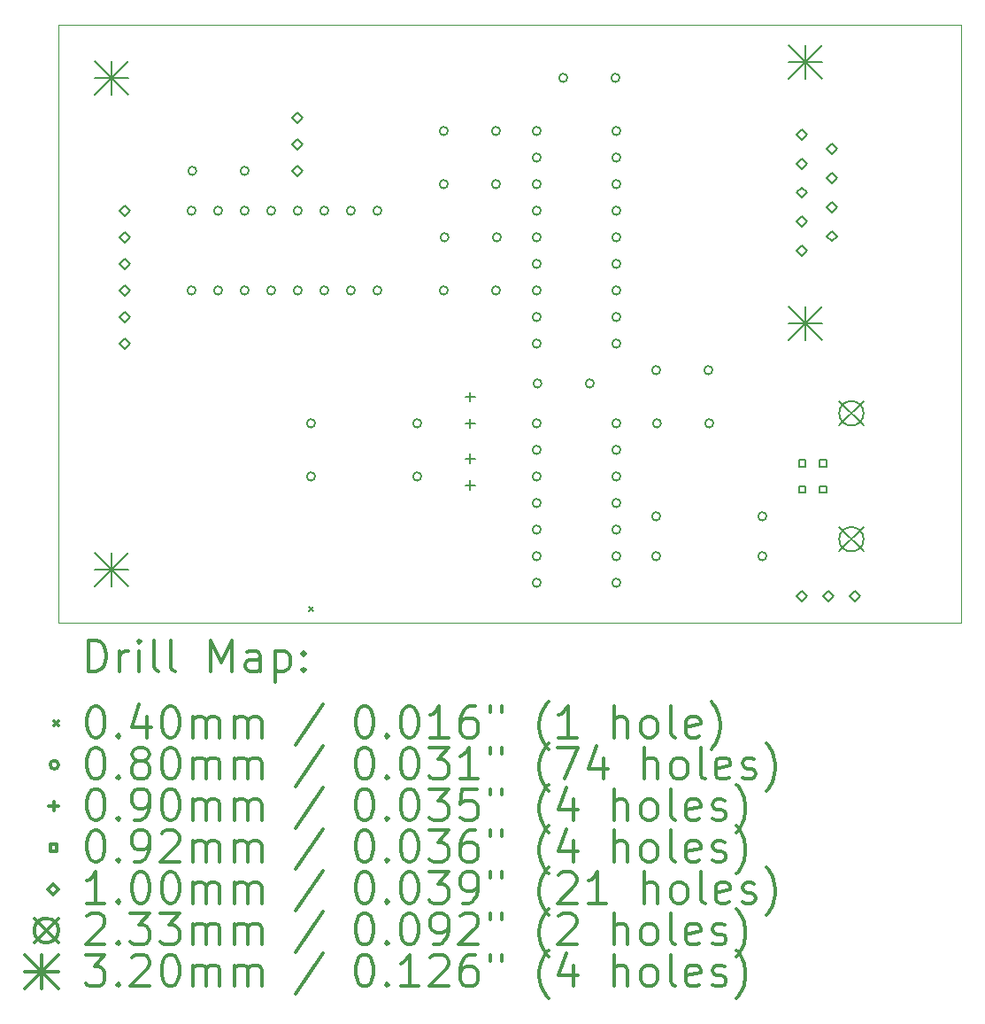
<source format=gbr>
%FSLAX45Y45*%
G04 Gerber Fmt 4.5, Leading zero omitted, Abs format (unit mm)*
G04 Created by KiCad (PCBNEW (5.1.6)-1) date 2020-07-22 17:21:02*
%MOMM*%
%LPD*%
G01*
G04 APERTURE LIST*
%TA.AperFunction,Profile*%
%ADD10C,0.050000*%
%TD*%
%ADD11C,0.200000*%
%ADD12C,0.300000*%
G04 APERTURE END LIST*
D10*
X13081000Y-10033000D02*
X13081000Y-4318000D01*
X21717000Y-10033000D02*
X13081000Y-10033000D01*
X21717000Y-4318000D02*
X21717000Y-10033000D01*
X13081000Y-4318000D02*
X21717000Y-4318000D01*
D11*
X15474000Y-9886000D02*
X15514000Y-9926000D01*
X15514000Y-9886000D02*
X15474000Y-9926000D01*
X15534000Y-8636000D02*
G75*
G03*
X15534000Y-8636000I-40000J0D01*
G01*
X16550000Y-8636000D02*
G75*
G03*
X16550000Y-8636000I-40000J0D01*
G01*
X16804000Y-5842000D02*
G75*
G03*
X16804000Y-5842000I-40000J0D01*
G01*
X17304000Y-5842000D02*
G75*
G03*
X17304000Y-5842000I-40000J0D01*
G01*
X18844000Y-8128000D02*
G75*
G03*
X18844000Y-8128000I-40000J0D01*
G01*
X19344000Y-8128000D02*
G75*
G03*
X19344000Y-8128000I-40000J0D01*
G01*
X17947000Y-4826000D02*
G75*
G03*
X17947000Y-4826000I-40000J0D01*
G01*
X18447000Y-4826000D02*
G75*
G03*
X18447000Y-4826000I-40000J0D01*
G01*
X17701000Y-7747000D02*
G75*
G03*
X17701000Y-7747000I-40000J0D01*
G01*
X18201000Y-7747000D02*
G75*
G03*
X18201000Y-7747000I-40000J0D01*
G01*
X17693000Y-5334000D02*
G75*
G03*
X17693000Y-5334000I-40000J0D01*
G01*
X17693000Y-5588000D02*
G75*
G03*
X17693000Y-5588000I-40000J0D01*
G01*
X17693000Y-5842000D02*
G75*
G03*
X17693000Y-5842000I-40000J0D01*
G01*
X17693000Y-6096000D02*
G75*
G03*
X17693000Y-6096000I-40000J0D01*
G01*
X17693000Y-6350000D02*
G75*
G03*
X17693000Y-6350000I-40000J0D01*
G01*
X17693000Y-6604000D02*
G75*
G03*
X17693000Y-6604000I-40000J0D01*
G01*
X17693000Y-6858000D02*
G75*
G03*
X17693000Y-6858000I-40000J0D01*
G01*
X17693000Y-7112000D02*
G75*
G03*
X17693000Y-7112000I-40000J0D01*
G01*
X17693000Y-7366000D02*
G75*
G03*
X17693000Y-7366000I-40000J0D01*
G01*
X18455000Y-5334000D02*
G75*
G03*
X18455000Y-5334000I-40000J0D01*
G01*
X18455000Y-5588000D02*
G75*
G03*
X18455000Y-5588000I-40000J0D01*
G01*
X18455000Y-5842000D02*
G75*
G03*
X18455000Y-5842000I-40000J0D01*
G01*
X18455000Y-6096000D02*
G75*
G03*
X18455000Y-6096000I-40000J0D01*
G01*
X18455000Y-6350000D02*
G75*
G03*
X18455000Y-6350000I-40000J0D01*
G01*
X18455000Y-6604000D02*
G75*
G03*
X18455000Y-6604000I-40000J0D01*
G01*
X18455000Y-6858000D02*
G75*
G03*
X18455000Y-6858000I-40000J0D01*
G01*
X18455000Y-7112000D02*
G75*
G03*
X18455000Y-7112000I-40000J0D01*
G01*
X18455000Y-7366000D02*
G75*
G03*
X18455000Y-7366000I-40000J0D01*
G01*
X16812000Y-6350000D02*
G75*
G03*
X16812000Y-6350000I-40000J0D01*
G01*
X17312000Y-6350000D02*
G75*
G03*
X17312000Y-6350000I-40000J0D01*
G01*
X18836000Y-9398000D02*
G75*
G03*
X18836000Y-9398000I-40000J0D01*
G01*
X19852000Y-9398000D02*
G75*
G03*
X19852000Y-9398000I-40000J0D01*
G01*
X18836000Y-7620000D02*
G75*
G03*
X18836000Y-7620000I-40000J0D01*
G01*
X19336000Y-7620000D02*
G75*
G03*
X19336000Y-7620000I-40000J0D01*
G01*
X18836000Y-9017000D02*
G75*
G03*
X18836000Y-9017000I-40000J0D01*
G01*
X19852000Y-9017000D02*
G75*
G03*
X19852000Y-9017000I-40000J0D01*
G01*
X16804000Y-6858000D02*
G75*
G03*
X16804000Y-6858000I-40000J0D01*
G01*
X17304000Y-6858000D02*
G75*
G03*
X17304000Y-6858000I-40000J0D01*
G01*
X14399000Y-5715000D02*
G75*
G03*
X14399000Y-5715000I-40000J0D01*
G01*
X14899000Y-5715000D02*
G75*
G03*
X14899000Y-5715000I-40000J0D01*
G01*
X16804000Y-5334000D02*
G75*
G03*
X16804000Y-5334000I-40000J0D01*
G01*
X17304000Y-5334000D02*
G75*
G03*
X17304000Y-5334000I-40000J0D01*
G01*
X17693000Y-8128000D02*
G75*
G03*
X17693000Y-8128000I-40000J0D01*
G01*
X17693000Y-8382000D02*
G75*
G03*
X17693000Y-8382000I-40000J0D01*
G01*
X17693000Y-8636000D02*
G75*
G03*
X17693000Y-8636000I-40000J0D01*
G01*
X17693000Y-8890000D02*
G75*
G03*
X17693000Y-8890000I-40000J0D01*
G01*
X17693000Y-9144000D02*
G75*
G03*
X17693000Y-9144000I-40000J0D01*
G01*
X17693000Y-9398000D02*
G75*
G03*
X17693000Y-9398000I-40000J0D01*
G01*
X17693000Y-9652000D02*
G75*
G03*
X17693000Y-9652000I-40000J0D01*
G01*
X18455000Y-8128000D02*
G75*
G03*
X18455000Y-8128000I-40000J0D01*
G01*
X18455000Y-8382000D02*
G75*
G03*
X18455000Y-8382000I-40000J0D01*
G01*
X18455000Y-8636000D02*
G75*
G03*
X18455000Y-8636000I-40000J0D01*
G01*
X18455000Y-8890000D02*
G75*
G03*
X18455000Y-8890000I-40000J0D01*
G01*
X18455000Y-9144000D02*
G75*
G03*
X18455000Y-9144000I-40000J0D01*
G01*
X18455000Y-9398000D02*
G75*
G03*
X18455000Y-9398000I-40000J0D01*
G01*
X18455000Y-9652000D02*
G75*
G03*
X18455000Y-9652000I-40000J0D01*
G01*
X15534000Y-8128000D02*
G75*
G03*
X15534000Y-8128000I-40000J0D01*
G01*
X16550000Y-8128000D02*
G75*
G03*
X16550000Y-8128000I-40000J0D01*
G01*
X14391000Y-6096000D02*
G75*
G03*
X14391000Y-6096000I-40000J0D01*
G01*
X14391000Y-6858000D02*
G75*
G03*
X14391000Y-6858000I-40000J0D01*
G01*
X14645000Y-6096000D02*
G75*
G03*
X14645000Y-6096000I-40000J0D01*
G01*
X14645000Y-6858000D02*
G75*
G03*
X14645000Y-6858000I-40000J0D01*
G01*
X14899000Y-6096000D02*
G75*
G03*
X14899000Y-6096000I-40000J0D01*
G01*
X14899000Y-6858000D02*
G75*
G03*
X14899000Y-6858000I-40000J0D01*
G01*
X15153000Y-6096000D02*
G75*
G03*
X15153000Y-6096000I-40000J0D01*
G01*
X15153000Y-6858000D02*
G75*
G03*
X15153000Y-6858000I-40000J0D01*
G01*
X15407000Y-6096000D02*
G75*
G03*
X15407000Y-6096000I-40000J0D01*
G01*
X15407000Y-6858000D02*
G75*
G03*
X15407000Y-6858000I-40000J0D01*
G01*
X15661000Y-6096000D02*
G75*
G03*
X15661000Y-6096000I-40000J0D01*
G01*
X15661000Y-6858000D02*
G75*
G03*
X15661000Y-6858000I-40000J0D01*
G01*
X15915000Y-6096000D02*
G75*
G03*
X15915000Y-6096000I-40000J0D01*
G01*
X15915000Y-6858000D02*
G75*
G03*
X15915000Y-6858000I-40000J0D01*
G01*
X16169000Y-6096000D02*
G75*
G03*
X16169000Y-6096000I-40000J0D01*
G01*
X16169000Y-6858000D02*
G75*
G03*
X16169000Y-6858000I-40000J0D01*
G01*
X17018000Y-8419000D02*
X17018000Y-8509000D01*
X16973000Y-8464000D02*
X17063000Y-8464000D01*
X17018000Y-8673000D02*
X17018000Y-8763000D01*
X16973000Y-8718000D02*
X17063000Y-8718000D01*
X17018000Y-7829000D02*
X17018000Y-7919000D01*
X16973000Y-7874000D02*
X17063000Y-7874000D01*
X17018000Y-8083000D02*
X17018000Y-8173000D01*
X16973000Y-8128000D02*
X17063000Y-8128000D01*
X20225527Y-8541527D02*
X20225527Y-8476473D01*
X20160473Y-8476473D01*
X20160473Y-8541527D01*
X20225527Y-8541527D01*
X20225527Y-8791527D02*
X20225527Y-8726473D01*
X20160473Y-8726473D01*
X20160473Y-8791527D01*
X20225527Y-8791527D01*
X20425527Y-8541527D02*
X20425527Y-8476473D01*
X20360473Y-8476473D01*
X20360473Y-8541527D01*
X20425527Y-8541527D01*
X20425527Y-8791527D02*
X20425527Y-8726473D01*
X20360473Y-8726473D01*
X20360473Y-8791527D01*
X20425527Y-8791527D01*
X15367000Y-5257000D02*
X15417000Y-5207000D01*
X15367000Y-5157000D01*
X15317000Y-5207000D01*
X15367000Y-5257000D01*
X15367000Y-5511000D02*
X15417000Y-5461000D01*
X15367000Y-5411000D01*
X15317000Y-5461000D01*
X15367000Y-5511000D01*
X15367000Y-5765000D02*
X15417000Y-5715000D01*
X15367000Y-5665000D01*
X15317000Y-5715000D01*
X15367000Y-5765000D01*
X13716000Y-6146000D02*
X13766000Y-6096000D01*
X13716000Y-6046000D01*
X13666000Y-6096000D01*
X13716000Y-6146000D01*
X13716000Y-6400000D02*
X13766000Y-6350000D01*
X13716000Y-6300000D01*
X13666000Y-6350000D01*
X13716000Y-6400000D01*
X13716000Y-6654000D02*
X13766000Y-6604000D01*
X13716000Y-6554000D01*
X13666000Y-6604000D01*
X13716000Y-6654000D01*
X13716000Y-6908000D02*
X13766000Y-6858000D01*
X13716000Y-6808000D01*
X13666000Y-6858000D01*
X13716000Y-6908000D01*
X13716000Y-7162000D02*
X13766000Y-7112000D01*
X13716000Y-7062000D01*
X13666000Y-7112000D01*
X13716000Y-7162000D01*
X13716000Y-7416000D02*
X13766000Y-7366000D01*
X13716000Y-7316000D01*
X13666000Y-7366000D01*
X13716000Y-7416000D01*
X20193000Y-9829000D02*
X20243000Y-9779000D01*
X20193000Y-9729000D01*
X20143000Y-9779000D01*
X20193000Y-9829000D01*
X20447000Y-9829000D02*
X20497000Y-9779000D01*
X20447000Y-9729000D01*
X20397000Y-9779000D01*
X20447000Y-9829000D01*
X20701000Y-9829000D02*
X20751000Y-9779000D01*
X20701000Y-9729000D01*
X20651000Y-9779000D01*
X20701000Y-9829000D01*
X20193000Y-5419000D02*
X20243000Y-5369000D01*
X20193000Y-5319000D01*
X20143000Y-5369000D01*
X20193000Y-5419000D01*
X20193000Y-5696000D02*
X20243000Y-5646000D01*
X20193000Y-5596000D01*
X20143000Y-5646000D01*
X20193000Y-5696000D01*
X20193000Y-5973000D02*
X20243000Y-5923000D01*
X20193000Y-5873000D01*
X20143000Y-5923000D01*
X20193000Y-5973000D01*
X20193000Y-6250000D02*
X20243000Y-6200000D01*
X20193000Y-6150000D01*
X20143000Y-6200000D01*
X20193000Y-6250000D01*
X20193000Y-6527000D02*
X20243000Y-6477000D01*
X20193000Y-6427000D01*
X20143000Y-6477000D01*
X20193000Y-6527000D01*
X20477000Y-5557500D02*
X20527000Y-5507500D01*
X20477000Y-5457500D01*
X20427000Y-5507500D01*
X20477000Y-5557500D01*
X20477000Y-5834500D02*
X20527000Y-5784500D01*
X20477000Y-5734500D01*
X20427000Y-5784500D01*
X20477000Y-5834500D01*
X20477000Y-6111500D02*
X20527000Y-6061500D01*
X20477000Y-6011500D01*
X20427000Y-6061500D01*
X20477000Y-6111500D01*
X20477000Y-6388500D02*
X20527000Y-6338500D01*
X20477000Y-6288500D01*
X20427000Y-6338500D01*
X20477000Y-6388500D01*
X20547500Y-7915500D02*
X20780500Y-8148500D01*
X20780500Y-7915500D02*
X20547500Y-8148500D01*
X20780500Y-8032000D02*
G75*
G03*
X20780500Y-8032000I-116500J0D01*
G01*
X20547500Y-9119500D02*
X20780500Y-9352500D01*
X20780500Y-9119500D02*
X20547500Y-9352500D01*
X20780500Y-9236000D02*
G75*
G03*
X20780500Y-9236000I-116500J0D01*
G01*
X13429000Y-4666000D02*
X13749000Y-4986000D01*
X13749000Y-4666000D02*
X13429000Y-4986000D01*
X13589000Y-4666000D02*
X13589000Y-4986000D01*
X13429000Y-4826000D02*
X13749000Y-4826000D01*
X20063000Y-4513000D02*
X20383000Y-4833000D01*
X20383000Y-4513000D02*
X20063000Y-4833000D01*
X20223000Y-4513000D02*
X20223000Y-4833000D01*
X20063000Y-4673000D02*
X20383000Y-4673000D01*
X20063000Y-7013000D02*
X20383000Y-7333000D01*
X20383000Y-7013000D02*
X20063000Y-7333000D01*
X20223000Y-7013000D02*
X20223000Y-7333000D01*
X20063000Y-7173000D02*
X20383000Y-7173000D01*
X13429000Y-9365000D02*
X13749000Y-9685000D01*
X13749000Y-9365000D02*
X13429000Y-9685000D01*
X13589000Y-9365000D02*
X13589000Y-9685000D01*
X13429000Y-9525000D02*
X13749000Y-9525000D01*
D12*
X13364928Y-10501214D02*
X13364928Y-10201214D01*
X13436357Y-10201214D01*
X13479214Y-10215500D01*
X13507786Y-10244072D01*
X13522071Y-10272643D01*
X13536357Y-10329786D01*
X13536357Y-10372643D01*
X13522071Y-10429786D01*
X13507786Y-10458357D01*
X13479214Y-10486929D01*
X13436357Y-10501214D01*
X13364928Y-10501214D01*
X13664928Y-10501214D02*
X13664928Y-10301214D01*
X13664928Y-10358357D02*
X13679214Y-10329786D01*
X13693500Y-10315500D01*
X13722071Y-10301214D01*
X13750643Y-10301214D01*
X13850643Y-10501214D02*
X13850643Y-10301214D01*
X13850643Y-10201214D02*
X13836357Y-10215500D01*
X13850643Y-10229786D01*
X13864928Y-10215500D01*
X13850643Y-10201214D01*
X13850643Y-10229786D01*
X14036357Y-10501214D02*
X14007786Y-10486929D01*
X13993500Y-10458357D01*
X13993500Y-10201214D01*
X14193500Y-10501214D02*
X14164928Y-10486929D01*
X14150643Y-10458357D01*
X14150643Y-10201214D01*
X14536357Y-10501214D02*
X14536357Y-10201214D01*
X14636357Y-10415500D01*
X14736357Y-10201214D01*
X14736357Y-10501214D01*
X15007786Y-10501214D02*
X15007786Y-10344072D01*
X14993500Y-10315500D01*
X14964928Y-10301214D01*
X14907786Y-10301214D01*
X14879214Y-10315500D01*
X15007786Y-10486929D02*
X14979214Y-10501214D01*
X14907786Y-10501214D01*
X14879214Y-10486929D01*
X14864928Y-10458357D01*
X14864928Y-10429786D01*
X14879214Y-10401214D01*
X14907786Y-10386929D01*
X14979214Y-10386929D01*
X15007786Y-10372643D01*
X15150643Y-10301214D02*
X15150643Y-10601214D01*
X15150643Y-10315500D02*
X15179214Y-10301214D01*
X15236357Y-10301214D01*
X15264928Y-10315500D01*
X15279214Y-10329786D01*
X15293500Y-10358357D01*
X15293500Y-10444072D01*
X15279214Y-10472643D01*
X15264928Y-10486929D01*
X15236357Y-10501214D01*
X15179214Y-10501214D01*
X15150643Y-10486929D01*
X15422071Y-10472643D02*
X15436357Y-10486929D01*
X15422071Y-10501214D01*
X15407786Y-10486929D01*
X15422071Y-10472643D01*
X15422071Y-10501214D01*
X15422071Y-10315500D02*
X15436357Y-10329786D01*
X15422071Y-10344072D01*
X15407786Y-10329786D01*
X15422071Y-10315500D01*
X15422071Y-10344072D01*
X13038500Y-10975500D02*
X13078500Y-11015500D01*
X13078500Y-10975500D02*
X13038500Y-11015500D01*
X13422071Y-10831214D02*
X13450643Y-10831214D01*
X13479214Y-10845500D01*
X13493500Y-10859786D01*
X13507786Y-10888357D01*
X13522071Y-10945500D01*
X13522071Y-11016929D01*
X13507786Y-11074072D01*
X13493500Y-11102643D01*
X13479214Y-11116929D01*
X13450643Y-11131214D01*
X13422071Y-11131214D01*
X13393500Y-11116929D01*
X13379214Y-11102643D01*
X13364928Y-11074072D01*
X13350643Y-11016929D01*
X13350643Y-10945500D01*
X13364928Y-10888357D01*
X13379214Y-10859786D01*
X13393500Y-10845500D01*
X13422071Y-10831214D01*
X13650643Y-11102643D02*
X13664928Y-11116929D01*
X13650643Y-11131214D01*
X13636357Y-11116929D01*
X13650643Y-11102643D01*
X13650643Y-11131214D01*
X13922071Y-10931214D02*
X13922071Y-11131214D01*
X13850643Y-10816929D02*
X13779214Y-11031214D01*
X13964928Y-11031214D01*
X14136357Y-10831214D02*
X14164928Y-10831214D01*
X14193500Y-10845500D01*
X14207786Y-10859786D01*
X14222071Y-10888357D01*
X14236357Y-10945500D01*
X14236357Y-11016929D01*
X14222071Y-11074072D01*
X14207786Y-11102643D01*
X14193500Y-11116929D01*
X14164928Y-11131214D01*
X14136357Y-11131214D01*
X14107786Y-11116929D01*
X14093500Y-11102643D01*
X14079214Y-11074072D01*
X14064928Y-11016929D01*
X14064928Y-10945500D01*
X14079214Y-10888357D01*
X14093500Y-10859786D01*
X14107786Y-10845500D01*
X14136357Y-10831214D01*
X14364928Y-11131214D02*
X14364928Y-10931214D01*
X14364928Y-10959786D02*
X14379214Y-10945500D01*
X14407786Y-10931214D01*
X14450643Y-10931214D01*
X14479214Y-10945500D01*
X14493500Y-10974072D01*
X14493500Y-11131214D01*
X14493500Y-10974072D02*
X14507786Y-10945500D01*
X14536357Y-10931214D01*
X14579214Y-10931214D01*
X14607786Y-10945500D01*
X14622071Y-10974072D01*
X14622071Y-11131214D01*
X14764928Y-11131214D02*
X14764928Y-10931214D01*
X14764928Y-10959786D02*
X14779214Y-10945500D01*
X14807786Y-10931214D01*
X14850643Y-10931214D01*
X14879214Y-10945500D01*
X14893500Y-10974072D01*
X14893500Y-11131214D01*
X14893500Y-10974072D02*
X14907786Y-10945500D01*
X14936357Y-10931214D01*
X14979214Y-10931214D01*
X15007786Y-10945500D01*
X15022071Y-10974072D01*
X15022071Y-11131214D01*
X15607786Y-10816929D02*
X15350643Y-11202643D01*
X15993500Y-10831214D02*
X16022071Y-10831214D01*
X16050643Y-10845500D01*
X16064928Y-10859786D01*
X16079214Y-10888357D01*
X16093500Y-10945500D01*
X16093500Y-11016929D01*
X16079214Y-11074072D01*
X16064928Y-11102643D01*
X16050643Y-11116929D01*
X16022071Y-11131214D01*
X15993500Y-11131214D01*
X15964928Y-11116929D01*
X15950643Y-11102643D01*
X15936357Y-11074072D01*
X15922071Y-11016929D01*
X15922071Y-10945500D01*
X15936357Y-10888357D01*
X15950643Y-10859786D01*
X15964928Y-10845500D01*
X15993500Y-10831214D01*
X16222071Y-11102643D02*
X16236357Y-11116929D01*
X16222071Y-11131214D01*
X16207786Y-11116929D01*
X16222071Y-11102643D01*
X16222071Y-11131214D01*
X16422071Y-10831214D02*
X16450643Y-10831214D01*
X16479214Y-10845500D01*
X16493500Y-10859786D01*
X16507786Y-10888357D01*
X16522071Y-10945500D01*
X16522071Y-11016929D01*
X16507786Y-11074072D01*
X16493500Y-11102643D01*
X16479214Y-11116929D01*
X16450643Y-11131214D01*
X16422071Y-11131214D01*
X16393500Y-11116929D01*
X16379214Y-11102643D01*
X16364928Y-11074072D01*
X16350643Y-11016929D01*
X16350643Y-10945500D01*
X16364928Y-10888357D01*
X16379214Y-10859786D01*
X16393500Y-10845500D01*
X16422071Y-10831214D01*
X16807786Y-11131214D02*
X16636357Y-11131214D01*
X16722071Y-11131214D02*
X16722071Y-10831214D01*
X16693500Y-10874072D01*
X16664928Y-10902643D01*
X16636357Y-10916929D01*
X17064928Y-10831214D02*
X17007786Y-10831214D01*
X16979214Y-10845500D01*
X16964928Y-10859786D01*
X16936357Y-10902643D01*
X16922071Y-10959786D01*
X16922071Y-11074072D01*
X16936357Y-11102643D01*
X16950643Y-11116929D01*
X16979214Y-11131214D01*
X17036357Y-11131214D01*
X17064928Y-11116929D01*
X17079214Y-11102643D01*
X17093500Y-11074072D01*
X17093500Y-11002643D01*
X17079214Y-10974072D01*
X17064928Y-10959786D01*
X17036357Y-10945500D01*
X16979214Y-10945500D01*
X16950643Y-10959786D01*
X16936357Y-10974072D01*
X16922071Y-11002643D01*
X17207786Y-10831214D02*
X17207786Y-10888357D01*
X17322071Y-10831214D02*
X17322071Y-10888357D01*
X17764928Y-11245500D02*
X17750643Y-11231214D01*
X17722071Y-11188357D01*
X17707786Y-11159786D01*
X17693500Y-11116929D01*
X17679214Y-11045500D01*
X17679214Y-10988357D01*
X17693500Y-10916929D01*
X17707786Y-10874072D01*
X17722071Y-10845500D01*
X17750643Y-10802643D01*
X17764928Y-10788357D01*
X18036357Y-11131214D02*
X17864928Y-11131214D01*
X17950643Y-11131214D02*
X17950643Y-10831214D01*
X17922071Y-10874072D01*
X17893500Y-10902643D01*
X17864928Y-10916929D01*
X18393500Y-11131214D02*
X18393500Y-10831214D01*
X18522071Y-11131214D02*
X18522071Y-10974072D01*
X18507786Y-10945500D01*
X18479214Y-10931214D01*
X18436357Y-10931214D01*
X18407786Y-10945500D01*
X18393500Y-10959786D01*
X18707786Y-11131214D02*
X18679214Y-11116929D01*
X18664928Y-11102643D01*
X18650643Y-11074072D01*
X18650643Y-10988357D01*
X18664928Y-10959786D01*
X18679214Y-10945500D01*
X18707786Y-10931214D01*
X18750643Y-10931214D01*
X18779214Y-10945500D01*
X18793500Y-10959786D01*
X18807786Y-10988357D01*
X18807786Y-11074072D01*
X18793500Y-11102643D01*
X18779214Y-11116929D01*
X18750643Y-11131214D01*
X18707786Y-11131214D01*
X18979214Y-11131214D02*
X18950643Y-11116929D01*
X18936357Y-11088357D01*
X18936357Y-10831214D01*
X19207786Y-11116929D02*
X19179214Y-11131214D01*
X19122071Y-11131214D01*
X19093500Y-11116929D01*
X19079214Y-11088357D01*
X19079214Y-10974072D01*
X19093500Y-10945500D01*
X19122071Y-10931214D01*
X19179214Y-10931214D01*
X19207786Y-10945500D01*
X19222071Y-10974072D01*
X19222071Y-11002643D01*
X19079214Y-11031214D01*
X19322071Y-11245500D02*
X19336357Y-11231214D01*
X19364928Y-11188357D01*
X19379214Y-11159786D01*
X19393500Y-11116929D01*
X19407786Y-11045500D01*
X19407786Y-10988357D01*
X19393500Y-10916929D01*
X19379214Y-10874072D01*
X19364928Y-10845500D01*
X19336357Y-10802643D01*
X19322071Y-10788357D01*
X13078500Y-11391500D02*
G75*
G03*
X13078500Y-11391500I-40000J0D01*
G01*
X13422071Y-11227214D02*
X13450643Y-11227214D01*
X13479214Y-11241500D01*
X13493500Y-11255786D01*
X13507786Y-11284357D01*
X13522071Y-11341500D01*
X13522071Y-11412929D01*
X13507786Y-11470071D01*
X13493500Y-11498643D01*
X13479214Y-11512929D01*
X13450643Y-11527214D01*
X13422071Y-11527214D01*
X13393500Y-11512929D01*
X13379214Y-11498643D01*
X13364928Y-11470071D01*
X13350643Y-11412929D01*
X13350643Y-11341500D01*
X13364928Y-11284357D01*
X13379214Y-11255786D01*
X13393500Y-11241500D01*
X13422071Y-11227214D01*
X13650643Y-11498643D02*
X13664928Y-11512929D01*
X13650643Y-11527214D01*
X13636357Y-11512929D01*
X13650643Y-11498643D01*
X13650643Y-11527214D01*
X13836357Y-11355786D02*
X13807786Y-11341500D01*
X13793500Y-11327214D01*
X13779214Y-11298643D01*
X13779214Y-11284357D01*
X13793500Y-11255786D01*
X13807786Y-11241500D01*
X13836357Y-11227214D01*
X13893500Y-11227214D01*
X13922071Y-11241500D01*
X13936357Y-11255786D01*
X13950643Y-11284357D01*
X13950643Y-11298643D01*
X13936357Y-11327214D01*
X13922071Y-11341500D01*
X13893500Y-11355786D01*
X13836357Y-11355786D01*
X13807786Y-11370071D01*
X13793500Y-11384357D01*
X13779214Y-11412929D01*
X13779214Y-11470071D01*
X13793500Y-11498643D01*
X13807786Y-11512929D01*
X13836357Y-11527214D01*
X13893500Y-11527214D01*
X13922071Y-11512929D01*
X13936357Y-11498643D01*
X13950643Y-11470071D01*
X13950643Y-11412929D01*
X13936357Y-11384357D01*
X13922071Y-11370071D01*
X13893500Y-11355786D01*
X14136357Y-11227214D02*
X14164928Y-11227214D01*
X14193500Y-11241500D01*
X14207786Y-11255786D01*
X14222071Y-11284357D01*
X14236357Y-11341500D01*
X14236357Y-11412929D01*
X14222071Y-11470071D01*
X14207786Y-11498643D01*
X14193500Y-11512929D01*
X14164928Y-11527214D01*
X14136357Y-11527214D01*
X14107786Y-11512929D01*
X14093500Y-11498643D01*
X14079214Y-11470071D01*
X14064928Y-11412929D01*
X14064928Y-11341500D01*
X14079214Y-11284357D01*
X14093500Y-11255786D01*
X14107786Y-11241500D01*
X14136357Y-11227214D01*
X14364928Y-11527214D02*
X14364928Y-11327214D01*
X14364928Y-11355786D02*
X14379214Y-11341500D01*
X14407786Y-11327214D01*
X14450643Y-11327214D01*
X14479214Y-11341500D01*
X14493500Y-11370071D01*
X14493500Y-11527214D01*
X14493500Y-11370071D02*
X14507786Y-11341500D01*
X14536357Y-11327214D01*
X14579214Y-11327214D01*
X14607786Y-11341500D01*
X14622071Y-11370071D01*
X14622071Y-11527214D01*
X14764928Y-11527214D02*
X14764928Y-11327214D01*
X14764928Y-11355786D02*
X14779214Y-11341500D01*
X14807786Y-11327214D01*
X14850643Y-11327214D01*
X14879214Y-11341500D01*
X14893500Y-11370071D01*
X14893500Y-11527214D01*
X14893500Y-11370071D02*
X14907786Y-11341500D01*
X14936357Y-11327214D01*
X14979214Y-11327214D01*
X15007786Y-11341500D01*
X15022071Y-11370071D01*
X15022071Y-11527214D01*
X15607786Y-11212929D02*
X15350643Y-11598643D01*
X15993500Y-11227214D02*
X16022071Y-11227214D01*
X16050643Y-11241500D01*
X16064928Y-11255786D01*
X16079214Y-11284357D01*
X16093500Y-11341500D01*
X16093500Y-11412929D01*
X16079214Y-11470071D01*
X16064928Y-11498643D01*
X16050643Y-11512929D01*
X16022071Y-11527214D01*
X15993500Y-11527214D01*
X15964928Y-11512929D01*
X15950643Y-11498643D01*
X15936357Y-11470071D01*
X15922071Y-11412929D01*
X15922071Y-11341500D01*
X15936357Y-11284357D01*
X15950643Y-11255786D01*
X15964928Y-11241500D01*
X15993500Y-11227214D01*
X16222071Y-11498643D02*
X16236357Y-11512929D01*
X16222071Y-11527214D01*
X16207786Y-11512929D01*
X16222071Y-11498643D01*
X16222071Y-11527214D01*
X16422071Y-11227214D02*
X16450643Y-11227214D01*
X16479214Y-11241500D01*
X16493500Y-11255786D01*
X16507786Y-11284357D01*
X16522071Y-11341500D01*
X16522071Y-11412929D01*
X16507786Y-11470071D01*
X16493500Y-11498643D01*
X16479214Y-11512929D01*
X16450643Y-11527214D01*
X16422071Y-11527214D01*
X16393500Y-11512929D01*
X16379214Y-11498643D01*
X16364928Y-11470071D01*
X16350643Y-11412929D01*
X16350643Y-11341500D01*
X16364928Y-11284357D01*
X16379214Y-11255786D01*
X16393500Y-11241500D01*
X16422071Y-11227214D01*
X16622071Y-11227214D02*
X16807786Y-11227214D01*
X16707786Y-11341500D01*
X16750643Y-11341500D01*
X16779214Y-11355786D01*
X16793500Y-11370071D01*
X16807786Y-11398643D01*
X16807786Y-11470071D01*
X16793500Y-11498643D01*
X16779214Y-11512929D01*
X16750643Y-11527214D01*
X16664928Y-11527214D01*
X16636357Y-11512929D01*
X16622071Y-11498643D01*
X17093500Y-11527214D02*
X16922071Y-11527214D01*
X17007786Y-11527214D02*
X17007786Y-11227214D01*
X16979214Y-11270071D01*
X16950643Y-11298643D01*
X16922071Y-11312929D01*
X17207786Y-11227214D02*
X17207786Y-11284357D01*
X17322071Y-11227214D02*
X17322071Y-11284357D01*
X17764928Y-11641500D02*
X17750643Y-11627214D01*
X17722071Y-11584357D01*
X17707786Y-11555786D01*
X17693500Y-11512929D01*
X17679214Y-11441500D01*
X17679214Y-11384357D01*
X17693500Y-11312929D01*
X17707786Y-11270071D01*
X17722071Y-11241500D01*
X17750643Y-11198643D01*
X17764928Y-11184357D01*
X17850643Y-11227214D02*
X18050643Y-11227214D01*
X17922071Y-11527214D01*
X18293500Y-11327214D02*
X18293500Y-11527214D01*
X18222071Y-11212929D02*
X18150643Y-11427214D01*
X18336357Y-11427214D01*
X18679214Y-11527214D02*
X18679214Y-11227214D01*
X18807786Y-11527214D02*
X18807786Y-11370071D01*
X18793500Y-11341500D01*
X18764928Y-11327214D01*
X18722071Y-11327214D01*
X18693500Y-11341500D01*
X18679214Y-11355786D01*
X18993500Y-11527214D02*
X18964928Y-11512929D01*
X18950643Y-11498643D01*
X18936357Y-11470071D01*
X18936357Y-11384357D01*
X18950643Y-11355786D01*
X18964928Y-11341500D01*
X18993500Y-11327214D01*
X19036357Y-11327214D01*
X19064928Y-11341500D01*
X19079214Y-11355786D01*
X19093500Y-11384357D01*
X19093500Y-11470071D01*
X19079214Y-11498643D01*
X19064928Y-11512929D01*
X19036357Y-11527214D01*
X18993500Y-11527214D01*
X19264928Y-11527214D02*
X19236357Y-11512929D01*
X19222071Y-11484357D01*
X19222071Y-11227214D01*
X19493500Y-11512929D02*
X19464928Y-11527214D01*
X19407786Y-11527214D01*
X19379214Y-11512929D01*
X19364928Y-11484357D01*
X19364928Y-11370071D01*
X19379214Y-11341500D01*
X19407786Y-11327214D01*
X19464928Y-11327214D01*
X19493500Y-11341500D01*
X19507786Y-11370071D01*
X19507786Y-11398643D01*
X19364928Y-11427214D01*
X19622071Y-11512929D02*
X19650643Y-11527214D01*
X19707786Y-11527214D01*
X19736357Y-11512929D01*
X19750643Y-11484357D01*
X19750643Y-11470071D01*
X19736357Y-11441500D01*
X19707786Y-11427214D01*
X19664928Y-11427214D01*
X19636357Y-11412929D01*
X19622071Y-11384357D01*
X19622071Y-11370071D01*
X19636357Y-11341500D01*
X19664928Y-11327214D01*
X19707786Y-11327214D01*
X19736357Y-11341500D01*
X19850643Y-11641500D02*
X19864928Y-11627214D01*
X19893500Y-11584357D01*
X19907786Y-11555786D01*
X19922071Y-11512929D01*
X19936357Y-11441500D01*
X19936357Y-11384357D01*
X19922071Y-11312929D01*
X19907786Y-11270071D01*
X19893500Y-11241500D01*
X19864928Y-11198643D01*
X19850643Y-11184357D01*
X13033500Y-11742500D02*
X13033500Y-11832500D01*
X12988500Y-11787500D02*
X13078500Y-11787500D01*
X13422071Y-11623214D02*
X13450643Y-11623214D01*
X13479214Y-11637500D01*
X13493500Y-11651786D01*
X13507786Y-11680357D01*
X13522071Y-11737500D01*
X13522071Y-11808929D01*
X13507786Y-11866071D01*
X13493500Y-11894643D01*
X13479214Y-11908929D01*
X13450643Y-11923214D01*
X13422071Y-11923214D01*
X13393500Y-11908929D01*
X13379214Y-11894643D01*
X13364928Y-11866071D01*
X13350643Y-11808929D01*
X13350643Y-11737500D01*
X13364928Y-11680357D01*
X13379214Y-11651786D01*
X13393500Y-11637500D01*
X13422071Y-11623214D01*
X13650643Y-11894643D02*
X13664928Y-11908929D01*
X13650643Y-11923214D01*
X13636357Y-11908929D01*
X13650643Y-11894643D01*
X13650643Y-11923214D01*
X13807786Y-11923214D02*
X13864928Y-11923214D01*
X13893500Y-11908929D01*
X13907786Y-11894643D01*
X13936357Y-11851786D01*
X13950643Y-11794643D01*
X13950643Y-11680357D01*
X13936357Y-11651786D01*
X13922071Y-11637500D01*
X13893500Y-11623214D01*
X13836357Y-11623214D01*
X13807786Y-11637500D01*
X13793500Y-11651786D01*
X13779214Y-11680357D01*
X13779214Y-11751786D01*
X13793500Y-11780357D01*
X13807786Y-11794643D01*
X13836357Y-11808929D01*
X13893500Y-11808929D01*
X13922071Y-11794643D01*
X13936357Y-11780357D01*
X13950643Y-11751786D01*
X14136357Y-11623214D02*
X14164928Y-11623214D01*
X14193500Y-11637500D01*
X14207786Y-11651786D01*
X14222071Y-11680357D01*
X14236357Y-11737500D01*
X14236357Y-11808929D01*
X14222071Y-11866071D01*
X14207786Y-11894643D01*
X14193500Y-11908929D01*
X14164928Y-11923214D01*
X14136357Y-11923214D01*
X14107786Y-11908929D01*
X14093500Y-11894643D01*
X14079214Y-11866071D01*
X14064928Y-11808929D01*
X14064928Y-11737500D01*
X14079214Y-11680357D01*
X14093500Y-11651786D01*
X14107786Y-11637500D01*
X14136357Y-11623214D01*
X14364928Y-11923214D02*
X14364928Y-11723214D01*
X14364928Y-11751786D02*
X14379214Y-11737500D01*
X14407786Y-11723214D01*
X14450643Y-11723214D01*
X14479214Y-11737500D01*
X14493500Y-11766071D01*
X14493500Y-11923214D01*
X14493500Y-11766071D02*
X14507786Y-11737500D01*
X14536357Y-11723214D01*
X14579214Y-11723214D01*
X14607786Y-11737500D01*
X14622071Y-11766071D01*
X14622071Y-11923214D01*
X14764928Y-11923214D02*
X14764928Y-11723214D01*
X14764928Y-11751786D02*
X14779214Y-11737500D01*
X14807786Y-11723214D01*
X14850643Y-11723214D01*
X14879214Y-11737500D01*
X14893500Y-11766071D01*
X14893500Y-11923214D01*
X14893500Y-11766071D02*
X14907786Y-11737500D01*
X14936357Y-11723214D01*
X14979214Y-11723214D01*
X15007786Y-11737500D01*
X15022071Y-11766071D01*
X15022071Y-11923214D01*
X15607786Y-11608929D02*
X15350643Y-11994643D01*
X15993500Y-11623214D02*
X16022071Y-11623214D01*
X16050643Y-11637500D01*
X16064928Y-11651786D01*
X16079214Y-11680357D01*
X16093500Y-11737500D01*
X16093500Y-11808929D01*
X16079214Y-11866071D01*
X16064928Y-11894643D01*
X16050643Y-11908929D01*
X16022071Y-11923214D01*
X15993500Y-11923214D01*
X15964928Y-11908929D01*
X15950643Y-11894643D01*
X15936357Y-11866071D01*
X15922071Y-11808929D01*
X15922071Y-11737500D01*
X15936357Y-11680357D01*
X15950643Y-11651786D01*
X15964928Y-11637500D01*
X15993500Y-11623214D01*
X16222071Y-11894643D02*
X16236357Y-11908929D01*
X16222071Y-11923214D01*
X16207786Y-11908929D01*
X16222071Y-11894643D01*
X16222071Y-11923214D01*
X16422071Y-11623214D02*
X16450643Y-11623214D01*
X16479214Y-11637500D01*
X16493500Y-11651786D01*
X16507786Y-11680357D01*
X16522071Y-11737500D01*
X16522071Y-11808929D01*
X16507786Y-11866071D01*
X16493500Y-11894643D01*
X16479214Y-11908929D01*
X16450643Y-11923214D01*
X16422071Y-11923214D01*
X16393500Y-11908929D01*
X16379214Y-11894643D01*
X16364928Y-11866071D01*
X16350643Y-11808929D01*
X16350643Y-11737500D01*
X16364928Y-11680357D01*
X16379214Y-11651786D01*
X16393500Y-11637500D01*
X16422071Y-11623214D01*
X16622071Y-11623214D02*
X16807786Y-11623214D01*
X16707786Y-11737500D01*
X16750643Y-11737500D01*
X16779214Y-11751786D01*
X16793500Y-11766071D01*
X16807786Y-11794643D01*
X16807786Y-11866071D01*
X16793500Y-11894643D01*
X16779214Y-11908929D01*
X16750643Y-11923214D01*
X16664928Y-11923214D01*
X16636357Y-11908929D01*
X16622071Y-11894643D01*
X17079214Y-11623214D02*
X16936357Y-11623214D01*
X16922071Y-11766071D01*
X16936357Y-11751786D01*
X16964928Y-11737500D01*
X17036357Y-11737500D01*
X17064928Y-11751786D01*
X17079214Y-11766071D01*
X17093500Y-11794643D01*
X17093500Y-11866071D01*
X17079214Y-11894643D01*
X17064928Y-11908929D01*
X17036357Y-11923214D01*
X16964928Y-11923214D01*
X16936357Y-11908929D01*
X16922071Y-11894643D01*
X17207786Y-11623214D02*
X17207786Y-11680357D01*
X17322071Y-11623214D02*
X17322071Y-11680357D01*
X17764928Y-12037500D02*
X17750643Y-12023214D01*
X17722071Y-11980357D01*
X17707786Y-11951786D01*
X17693500Y-11908929D01*
X17679214Y-11837500D01*
X17679214Y-11780357D01*
X17693500Y-11708929D01*
X17707786Y-11666071D01*
X17722071Y-11637500D01*
X17750643Y-11594643D01*
X17764928Y-11580357D01*
X18007786Y-11723214D02*
X18007786Y-11923214D01*
X17936357Y-11608929D02*
X17864928Y-11823214D01*
X18050643Y-11823214D01*
X18393500Y-11923214D02*
X18393500Y-11623214D01*
X18522071Y-11923214D02*
X18522071Y-11766071D01*
X18507786Y-11737500D01*
X18479214Y-11723214D01*
X18436357Y-11723214D01*
X18407786Y-11737500D01*
X18393500Y-11751786D01*
X18707786Y-11923214D02*
X18679214Y-11908929D01*
X18664928Y-11894643D01*
X18650643Y-11866071D01*
X18650643Y-11780357D01*
X18664928Y-11751786D01*
X18679214Y-11737500D01*
X18707786Y-11723214D01*
X18750643Y-11723214D01*
X18779214Y-11737500D01*
X18793500Y-11751786D01*
X18807786Y-11780357D01*
X18807786Y-11866071D01*
X18793500Y-11894643D01*
X18779214Y-11908929D01*
X18750643Y-11923214D01*
X18707786Y-11923214D01*
X18979214Y-11923214D02*
X18950643Y-11908929D01*
X18936357Y-11880357D01*
X18936357Y-11623214D01*
X19207786Y-11908929D02*
X19179214Y-11923214D01*
X19122071Y-11923214D01*
X19093500Y-11908929D01*
X19079214Y-11880357D01*
X19079214Y-11766071D01*
X19093500Y-11737500D01*
X19122071Y-11723214D01*
X19179214Y-11723214D01*
X19207786Y-11737500D01*
X19222071Y-11766071D01*
X19222071Y-11794643D01*
X19079214Y-11823214D01*
X19336357Y-11908929D02*
X19364928Y-11923214D01*
X19422071Y-11923214D01*
X19450643Y-11908929D01*
X19464928Y-11880357D01*
X19464928Y-11866071D01*
X19450643Y-11837500D01*
X19422071Y-11823214D01*
X19379214Y-11823214D01*
X19350643Y-11808929D01*
X19336357Y-11780357D01*
X19336357Y-11766071D01*
X19350643Y-11737500D01*
X19379214Y-11723214D01*
X19422071Y-11723214D01*
X19450643Y-11737500D01*
X19564928Y-12037500D02*
X19579214Y-12023214D01*
X19607786Y-11980357D01*
X19622071Y-11951786D01*
X19636357Y-11908929D01*
X19650643Y-11837500D01*
X19650643Y-11780357D01*
X19636357Y-11708929D01*
X19622071Y-11666071D01*
X19607786Y-11637500D01*
X19579214Y-11594643D01*
X19564928Y-11580357D01*
X13065027Y-12216027D02*
X13065027Y-12150973D01*
X12999973Y-12150973D01*
X12999973Y-12216027D01*
X13065027Y-12216027D01*
X13422071Y-12019214D02*
X13450643Y-12019214D01*
X13479214Y-12033500D01*
X13493500Y-12047786D01*
X13507786Y-12076357D01*
X13522071Y-12133500D01*
X13522071Y-12204929D01*
X13507786Y-12262071D01*
X13493500Y-12290643D01*
X13479214Y-12304929D01*
X13450643Y-12319214D01*
X13422071Y-12319214D01*
X13393500Y-12304929D01*
X13379214Y-12290643D01*
X13364928Y-12262071D01*
X13350643Y-12204929D01*
X13350643Y-12133500D01*
X13364928Y-12076357D01*
X13379214Y-12047786D01*
X13393500Y-12033500D01*
X13422071Y-12019214D01*
X13650643Y-12290643D02*
X13664928Y-12304929D01*
X13650643Y-12319214D01*
X13636357Y-12304929D01*
X13650643Y-12290643D01*
X13650643Y-12319214D01*
X13807786Y-12319214D02*
X13864928Y-12319214D01*
X13893500Y-12304929D01*
X13907786Y-12290643D01*
X13936357Y-12247786D01*
X13950643Y-12190643D01*
X13950643Y-12076357D01*
X13936357Y-12047786D01*
X13922071Y-12033500D01*
X13893500Y-12019214D01*
X13836357Y-12019214D01*
X13807786Y-12033500D01*
X13793500Y-12047786D01*
X13779214Y-12076357D01*
X13779214Y-12147786D01*
X13793500Y-12176357D01*
X13807786Y-12190643D01*
X13836357Y-12204929D01*
X13893500Y-12204929D01*
X13922071Y-12190643D01*
X13936357Y-12176357D01*
X13950643Y-12147786D01*
X14064928Y-12047786D02*
X14079214Y-12033500D01*
X14107786Y-12019214D01*
X14179214Y-12019214D01*
X14207786Y-12033500D01*
X14222071Y-12047786D01*
X14236357Y-12076357D01*
X14236357Y-12104929D01*
X14222071Y-12147786D01*
X14050643Y-12319214D01*
X14236357Y-12319214D01*
X14364928Y-12319214D02*
X14364928Y-12119214D01*
X14364928Y-12147786D02*
X14379214Y-12133500D01*
X14407786Y-12119214D01*
X14450643Y-12119214D01*
X14479214Y-12133500D01*
X14493500Y-12162071D01*
X14493500Y-12319214D01*
X14493500Y-12162071D02*
X14507786Y-12133500D01*
X14536357Y-12119214D01*
X14579214Y-12119214D01*
X14607786Y-12133500D01*
X14622071Y-12162071D01*
X14622071Y-12319214D01*
X14764928Y-12319214D02*
X14764928Y-12119214D01*
X14764928Y-12147786D02*
X14779214Y-12133500D01*
X14807786Y-12119214D01*
X14850643Y-12119214D01*
X14879214Y-12133500D01*
X14893500Y-12162071D01*
X14893500Y-12319214D01*
X14893500Y-12162071D02*
X14907786Y-12133500D01*
X14936357Y-12119214D01*
X14979214Y-12119214D01*
X15007786Y-12133500D01*
X15022071Y-12162071D01*
X15022071Y-12319214D01*
X15607786Y-12004929D02*
X15350643Y-12390643D01*
X15993500Y-12019214D02*
X16022071Y-12019214D01*
X16050643Y-12033500D01*
X16064928Y-12047786D01*
X16079214Y-12076357D01*
X16093500Y-12133500D01*
X16093500Y-12204929D01*
X16079214Y-12262071D01*
X16064928Y-12290643D01*
X16050643Y-12304929D01*
X16022071Y-12319214D01*
X15993500Y-12319214D01*
X15964928Y-12304929D01*
X15950643Y-12290643D01*
X15936357Y-12262071D01*
X15922071Y-12204929D01*
X15922071Y-12133500D01*
X15936357Y-12076357D01*
X15950643Y-12047786D01*
X15964928Y-12033500D01*
X15993500Y-12019214D01*
X16222071Y-12290643D02*
X16236357Y-12304929D01*
X16222071Y-12319214D01*
X16207786Y-12304929D01*
X16222071Y-12290643D01*
X16222071Y-12319214D01*
X16422071Y-12019214D02*
X16450643Y-12019214D01*
X16479214Y-12033500D01*
X16493500Y-12047786D01*
X16507786Y-12076357D01*
X16522071Y-12133500D01*
X16522071Y-12204929D01*
X16507786Y-12262071D01*
X16493500Y-12290643D01*
X16479214Y-12304929D01*
X16450643Y-12319214D01*
X16422071Y-12319214D01*
X16393500Y-12304929D01*
X16379214Y-12290643D01*
X16364928Y-12262071D01*
X16350643Y-12204929D01*
X16350643Y-12133500D01*
X16364928Y-12076357D01*
X16379214Y-12047786D01*
X16393500Y-12033500D01*
X16422071Y-12019214D01*
X16622071Y-12019214D02*
X16807786Y-12019214D01*
X16707786Y-12133500D01*
X16750643Y-12133500D01*
X16779214Y-12147786D01*
X16793500Y-12162071D01*
X16807786Y-12190643D01*
X16807786Y-12262071D01*
X16793500Y-12290643D01*
X16779214Y-12304929D01*
X16750643Y-12319214D01*
X16664928Y-12319214D01*
X16636357Y-12304929D01*
X16622071Y-12290643D01*
X17064928Y-12019214D02*
X17007786Y-12019214D01*
X16979214Y-12033500D01*
X16964928Y-12047786D01*
X16936357Y-12090643D01*
X16922071Y-12147786D01*
X16922071Y-12262071D01*
X16936357Y-12290643D01*
X16950643Y-12304929D01*
X16979214Y-12319214D01*
X17036357Y-12319214D01*
X17064928Y-12304929D01*
X17079214Y-12290643D01*
X17093500Y-12262071D01*
X17093500Y-12190643D01*
X17079214Y-12162071D01*
X17064928Y-12147786D01*
X17036357Y-12133500D01*
X16979214Y-12133500D01*
X16950643Y-12147786D01*
X16936357Y-12162071D01*
X16922071Y-12190643D01*
X17207786Y-12019214D02*
X17207786Y-12076357D01*
X17322071Y-12019214D02*
X17322071Y-12076357D01*
X17764928Y-12433500D02*
X17750643Y-12419214D01*
X17722071Y-12376357D01*
X17707786Y-12347786D01*
X17693500Y-12304929D01*
X17679214Y-12233500D01*
X17679214Y-12176357D01*
X17693500Y-12104929D01*
X17707786Y-12062071D01*
X17722071Y-12033500D01*
X17750643Y-11990643D01*
X17764928Y-11976357D01*
X18007786Y-12119214D02*
X18007786Y-12319214D01*
X17936357Y-12004929D02*
X17864928Y-12219214D01*
X18050643Y-12219214D01*
X18393500Y-12319214D02*
X18393500Y-12019214D01*
X18522071Y-12319214D02*
X18522071Y-12162071D01*
X18507786Y-12133500D01*
X18479214Y-12119214D01*
X18436357Y-12119214D01*
X18407786Y-12133500D01*
X18393500Y-12147786D01*
X18707786Y-12319214D02*
X18679214Y-12304929D01*
X18664928Y-12290643D01*
X18650643Y-12262071D01*
X18650643Y-12176357D01*
X18664928Y-12147786D01*
X18679214Y-12133500D01*
X18707786Y-12119214D01*
X18750643Y-12119214D01*
X18779214Y-12133500D01*
X18793500Y-12147786D01*
X18807786Y-12176357D01*
X18807786Y-12262071D01*
X18793500Y-12290643D01*
X18779214Y-12304929D01*
X18750643Y-12319214D01*
X18707786Y-12319214D01*
X18979214Y-12319214D02*
X18950643Y-12304929D01*
X18936357Y-12276357D01*
X18936357Y-12019214D01*
X19207786Y-12304929D02*
X19179214Y-12319214D01*
X19122071Y-12319214D01*
X19093500Y-12304929D01*
X19079214Y-12276357D01*
X19079214Y-12162071D01*
X19093500Y-12133500D01*
X19122071Y-12119214D01*
X19179214Y-12119214D01*
X19207786Y-12133500D01*
X19222071Y-12162071D01*
X19222071Y-12190643D01*
X19079214Y-12219214D01*
X19336357Y-12304929D02*
X19364928Y-12319214D01*
X19422071Y-12319214D01*
X19450643Y-12304929D01*
X19464928Y-12276357D01*
X19464928Y-12262071D01*
X19450643Y-12233500D01*
X19422071Y-12219214D01*
X19379214Y-12219214D01*
X19350643Y-12204929D01*
X19336357Y-12176357D01*
X19336357Y-12162071D01*
X19350643Y-12133500D01*
X19379214Y-12119214D01*
X19422071Y-12119214D01*
X19450643Y-12133500D01*
X19564928Y-12433500D02*
X19579214Y-12419214D01*
X19607786Y-12376357D01*
X19622071Y-12347786D01*
X19636357Y-12304929D01*
X19650643Y-12233500D01*
X19650643Y-12176357D01*
X19636357Y-12104929D01*
X19622071Y-12062071D01*
X19607786Y-12033500D01*
X19579214Y-11990643D01*
X19564928Y-11976357D01*
X13028500Y-12629500D02*
X13078500Y-12579500D01*
X13028500Y-12529500D01*
X12978500Y-12579500D01*
X13028500Y-12629500D01*
X13522071Y-12715214D02*
X13350643Y-12715214D01*
X13436357Y-12715214D02*
X13436357Y-12415214D01*
X13407786Y-12458071D01*
X13379214Y-12486643D01*
X13350643Y-12500929D01*
X13650643Y-12686643D02*
X13664928Y-12700929D01*
X13650643Y-12715214D01*
X13636357Y-12700929D01*
X13650643Y-12686643D01*
X13650643Y-12715214D01*
X13850643Y-12415214D02*
X13879214Y-12415214D01*
X13907786Y-12429500D01*
X13922071Y-12443786D01*
X13936357Y-12472357D01*
X13950643Y-12529500D01*
X13950643Y-12600929D01*
X13936357Y-12658071D01*
X13922071Y-12686643D01*
X13907786Y-12700929D01*
X13879214Y-12715214D01*
X13850643Y-12715214D01*
X13822071Y-12700929D01*
X13807786Y-12686643D01*
X13793500Y-12658071D01*
X13779214Y-12600929D01*
X13779214Y-12529500D01*
X13793500Y-12472357D01*
X13807786Y-12443786D01*
X13822071Y-12429500D01*
X13850643Y-12415214D01*
X14136357Y-12415214D02*
X14164928Y-12415214D01*
X14193500Y-12429500D01*
X14207786Y-12443786D01*
X14222071Y-12472357D01*
X14236357Y-12529500D01*
X14236357Y-12600929D01*
X14222071Y-12658071D01*
X14207786Y-12686643D01*
X14193500Y-12700929D01*
X14164928Y-12715214D01*
X14136357Y-12715214D01*
X14107786Y-12700929D01*
X14093500Y-12686643D01*
X14079214Y-12658071D01*
X14064928Y-12600929D01*
X14064928Y-12529500D01*
X14079214Y-12472357D01*
X14093500Y-12443786D01*
X14107786Y-12429500D01*
X14136357Y-12415214D01*
X14364928Y-12715214D02*
X14364928Y-12515214D01*
X14364928Y-12543786D02*
X14379214Y-12529500D01*
X14407786Y-12515214D01*
X14450643Y-12515214D01*
X14479214Y-12529500D01*
X14493500Y-12558071D01*
X14493500Y-12715214D01*
X14493500Y-12558071D02*
X14507786Y-12529500D01*
X14536357Y-12515214D01*
X14579214Y-12515214D01*
X14607786Y-12529500D01*
X14622071Y-12558071D01*
X14622071Y-12715214D01*
X14764928Y-12715214D02*
X14764928Y-12515214D01*
X14764928Y-12543786D02*
X14779214Y-12529500D01*
X14807786Y-12515214D01*
X14850643Y-12515214D01*
X14879214Y-12529500D01*
X14893500Y-12558071D01*
X14893500Y-12715214D01*
X14893500Y-12558071D02*
X14907786Y-12529500D01*
X14936357Y-12515214D01*
X14979214Y-12515214D01*
X15007786Y-12529500D01*
X15022071Y-12558071D01*
X15022071Y-12715214D01*
X15607786Y-12400929D02*
X15350643Y-12786643D01*
X15993500Y-12415214D02*
X16022071Y-12415214D01*
X16050643Y-12429500D01*
X16064928Y-12443786D01*
X16079214Y-12472357D01*
X16093500Y-12529500D01*
X16093500Y-12600929D01*
X16079214Y-12658071D01*
X16064928Y-12686643D01*
X16050643Y-12700929D01*
X16022071Y-12715214D01*
X15993500Y-12715214D01*
X15964928Y-12700929D01*
X15950643Y-12686643D01*
X15936357Y-12658071D01*
X15922071Y-12600929D01*
X15922071Y-12529500D01*
X15936357Y-12472357D01*
X15950643Y-12443786D01*
X15964928Y-12429500D01*
X15993500Y-12415214D01*
X16222071Y-12686643D02*
X16236357Y-12700929D01*
X16222071Y-12715214D01*
X16207786Y-12700929D01*
X16222071Y-12686643D01*
X16222071Y-12715214D01*
X16422071Y-12415214D02*
X16450643Y-12415214D01*
X16479214Y-12429500D01*
X16493500Y-12443786D01*
X16507786Y-12472357D01*
X16522071Y-12529500D01*
X16522071Y-12600929D01*
X16507786Y-12658071D01*
X16493500Y-12686643D01*
X16479214Y-12700929D01*
X16450643Y-12715214D01*
X16422071Y-12715214D01*
X16393500Y-12700929D01*
X16379214Y-12686643D01*
X16364928Y-12658071D01*
X16350643Y-12600929D01*
X16350643Y-12529500D01*
X16364928Y-12472357D01*
X16379214Y-12443786D01*
X16393500Y-12429500D01*
X16422071Y-12415214D01*
X16622071Y-12415214D02*
X16807786Y-12415214D01*
X16707786Y-12529500D01*
X16750643Y-12529500D01*
X16779214Y-12543786D01*
X16793500Y-12558071D01*
X16807786Y-12586643D01*
X16807786Y-12658071D01*
X16793500Y-12686643D01*
X16779214Y-12700929D01*
X16750643Y-12715214D01*
X16664928Y-12715214D01*
X16636357Y-12700929D01*
X16622071Y-12686643D01*
X16950643Y-12715214D02*
X17007786Y-12715214D01*
X17036357Y-12700929D01*
X17050643Y-12686643D01*
X17079214Y-12643786D01*
X17093500Y-12586643D01*
X17093500Y-12472357D01*
X17079214Y-12443786D01*
X17064928Y-12429500D01*
X17036357Y-12415214D01*
X16979214Y-12415214D01*
X16950643Y-12429500D01*
X16936357Y-12443786D01*
X16922071Y-12472357D01*
X16922071Y-12543786D01*
X16936357Y-12572357D01*
X16950643Y-12586643D01*
X16979214Y-12600929D01*
X17036357Y-12600929D01*
X17064928Y-12586643D01*
X17079214Y-12572357D01*
X17093500Y-12543786D01*
X17207786Y-12415214D02*
X17207786Y-12472357D01*
X17322071Y-12415214D02*
X17322071Y-12472357D01*
X17764928Y-12829500D02*
X17750643Y-12815214D01*
X17722071Y-12772357D01*
X17707786Y-12743786D01*
X17693500Y-12700929D01*
X17679214Y-12629500D01*
X17679214Y-12572357D01*
X17693500Y-12500929D01*
X17707786Y-12458071D01*
X17722071Y-12429500D01*
X17750643Y-12386643D01*
X17764928Y-12372357D01*
X17864928Y-12443786D02*
X17879214Y-12429500D01*
X17907786Y-12415214D01*
X17979214Y-12415214D01*
X18007786Y-12429500D01*
X18022071Y-12443786D01*
X18036357Y-12472357D01*
X18036357Y-12500929D01*
X18022071Y-12543786D01*
X17850643Y-12715214D01*
X18036357Y-12715214D01*
X18322071Y-12715214D02*
X18150643Y-12715214D01*
X18236357Y-12715214D02*
X18236357Y-12415214D01*
X18207786Y-12458071D01*
X18179214Y-12486643D01*
X18150643Y-12500929D01*
X18679214Y-12715214D02*
X18679214Y-12415214D01*
X18807786Y-12715214D02*
X18807786Y-12558071D01*
X18793500Y-12529500D01*
X18764928Y-12515214D01*
X18722071Y-12515214D01*
X18693500Y-12529500D01*
X18679214Y-12543786D01*
X18993500Y-12715214D02*
X18964928Y-12700929D01*
X18950643Y-12686643D01*
X18936357Y-12658071D01*
X18936357Y-12572357D01*
X18950643Y-12543786D01*
X18964928Y-12529500D01*
X18993500Y-12515214D01*
X19036357Y-12515214D01*
X19064928Y-12529500D01*
X19079214Y-12543786D01*
X19093500Y-12572357D01*
X19093500Y-12658071D01*
X19079214Y-12686643D01*
X19064928Y-12700929D01*
X19036357Y-12715214D01*
X18993500Y-12715214D01*
X19264928Y-12715214D02*
X19236357Y-12700929D01*
X19222071Y-12672357D01*
X19222071Y-12415214D01*
X19493500Y-12700929D02*
X19464928Y-12715214D01*
X19407786Y-12715214D01*
X19379214Y-12700929D01*
X19364928Y-12672357D01*
X19364928Y-12558071D01*
X19379214Y-12529500D01*
X19407786Y-12515214D01*
X19464928Y-12515214D01*
X19493500Y-12529500D01*
X19507786Y-12558071D01*
X19507786Y-12586643D01*
X19364928Y-12615214D01*
X19622071Y-12700929D02*
X19650643Y-12715214D01*
X19707786Y-12715214D01*
X19736357Y-12700929D01*
X19750643Y-12672357D01*
X19750643Y-12658071D01*
X19736357Y-12629500D01*
X19707786Y-12615214D01*
X19664928Y-12615214D01*
X19636357Y-12600929D01*
X19622071Y-12572357D01*
X19622071Y-12558071D01*
X19636357Y-12529500D01*
X19664928Y-12515214D01*
X19707786Y-12515214D01*
X19736357Y-12529500D01*
X19850643Y-12829500D02*
X19864928Y-12815214D01*
X19893500Y-12772357D01*
X19907786Y-12743786D01*
X19922071Y-12700929D01*
X19936357Y-12629500D01*
X19936357Y-12572357D01*
X19922071Y-12500929D01*
X19907786Y-12458071D01*
X19893500Y-12429500D01*
X19864928Y-12386643D01*
X19850643Y-12372357D01*
X12845500Y-12859000D02*
X13078500Y-13092000D01*
X13078500Y-12859000D02*
X12845500Y-13092000D01*
X13078500Y-12975500D02*
G75*
G03*
X13078500Y-12975500I-116500J0D01*
G01*
X13350643Y-12839786D02*
X13364928Y-12825500D01*
X13393500Y-12811214D01*
X13464928Y-12811214D01*
X13493500Y-12825500D01*
X13507786Y-12839786D01*
X13522071Y-12868357D01*
X13522071Y-12896929D01*
X13507786Y-12939786D01*
X13336357Y-13111214D01*
X13522071Y-13111214D01*
X13650643Y-13082643D02*
X13664928Y-13096929D01*
X13650643Y-13111214D01*
X13636357Y-13096929D01*
X13650643Y-13082643D01*
X13650643Y-13111214D01*
X13764928Y-12811214D02*
X13950643Y-12811214D01*
X13850643Y-12925500D01*
X13893500Y-12925500D01*
X13922071Y-12939786D01*
X13936357Y-12954071D01*
X13950643Y-12982643D01*
X13950643Y-13054071D01*
X13936357Y-13082643D01*
X13922071Y-13096929D01*
X13893500Y-13111214D01*
X13807786Y-13111214D01*
X13779214Y-13096929D01*
X13764928Y-13082643D01*
X14050643Y-12811214D02*
X14236357Y-12811214D01*
X14136357Y-12925500D01*
X14179214Y-12925500D01*
X14207786Y-12939786D01*
X14222071Y-12954071D01*
X14236357Y-12982643D01*
X14236357Y-13054071D01*
X14222071Y-13082643D01*
X14207786Y-13096929D01*
X14179214Y-13111214D01*
X14093500Y-13111214D01*
X14064928Y-13096929D01*
X14050643Y-13082643D01*
X14364928Y-13111214D02*
X14364928Y-12911214D01*
X14364928Y-12939786D02*
X14379214Y-12925500D01*
X14407786Y-12911214D01*
X14450643Y-12911214D01*
X14479214Y-12925500D01*
X14493500Y-12954071D01*
X14493500Y-13111214D01*
X14493500Y-12954071D02*
X14507786Y-12925500D01*
X14536357Y-12911214D01*
X14579214Y-12911214D01*
X14607786Y-12925500D01*
X14622071Y-12954071D01*
X14622071Y-13111214D01*
X14764928Y-13111214D02*
X14764928Y-12911214D01*
X14764928Y-12939786D02*
X14779214Y-12925500D01*
X14807786Y-12911214D01*
X14850643Y-12911214D01*
X14879214Y-12925500D01*
X14893500Y-12954071D01*
X14893500Y-13111214D01*
X14893500Y-12954071D02*
X14907786Y-12925500D01*
X14936357Y-12911214D01*
X14979214Y-12911214D01*
X15007786Y-12925500D01*
X15022071Y-12954071D01*
X15022071Y-13111214D01*
X15607786Y-12796929D02*
X15350643Y-13182643D01*
X15993500Y-12811214D02*
X16022071Y-12811214D01*
X16050643Y-12825500D01*
X16064928Y-12839786D01*
X16079214Y-12868357D01*
X16093500Y-12925500D01*
X16093500Y-12996929D01*
X16079214Y-13054071D01*
X16064928Y-13082643D01*
X16050643Y-13096929D01*
X16022071Y-13111214D01*
X15993500Y-13111214D01*
X15964928Y-13096929D01*
X15950643Y-13082643D01*
X15936357Y-13054071D01*
X15922071Y-12996929D01*
X15922071Y-12925500D01*
X15936357Y-12868357D01*
X15950643Y-12839786D01*
X15964928Y-12825500D01*
X15993500Y-12811214D01*
X16222071Y-13082643D02*
X16236357Y-13096929D01*
X16222071Y-13111214D01*
X16207786Y-13096929D01*
X16222071Y-13082643D01*
X16222071Y-13111214D01*
X16422071Y-12811214D02*
X16450643Y-12811214D01*
X16479214Y-12825500D01*
X16493500Y-12839786D01*
X16507786Y-12868357D01*
X16522071Y-12925500D01*
X16522071Y-12996929D01*
X16507786Y-13054071D01*
X16493500Y-13082643D01*
X16479214Y-13096929D01*
X16450643Y-13111214D01*
X16422071Y-13111214D01*
X16393500Y-13096929D01*
X16379214Y-13082643D01*
X16364928Y-13054071D01*
X16350643Y-12996929D01*
X16350643Y-12925500D01*
X16364928Y-12868357D01*
X16379214Y-12839786D01*
X16393500Y-12825500D01*
X16422071Y-12811214D01*
X16664928Y-13111214D02*
X16722071Y-13111214D01*
X16750643Y-13096929D01*
X16764928Y-13082643D01*
X16793500Y-13039786D01*
X16807786Y-12982643D01*
X16807786Y-12868357D01*
X16793500Y-12839786D01*
X16779214Y-12825500D01*
X16750643Y-12811214D01*
X16693500Y-12811214D01*
X16664928Y-12825500D01*
X16650643Y-12839786D01*
X16636357Y-12868357D01*
X16636357Y-12939786D01*
X16650643Y-12968357D01*
X16664928Y-12982643D01*
X16693500Y-12996929D01*
X16750643Y-12996929D01*
X16779214Y-12982643D01*
X16793500Y-12968357D01*
X16807786Y-12939786D01*
X16922071Y-12839786D02*
X16936357Y-12825500D01*
X16964928Y-12811214D01*
X17036357Y-12811214D01*
X17064928Y-12825500D01*
X17079214Y-12839786D01*
X17093500Y-12868357D01*
X17093500Y-12896929D01*
X17079214Y-12939786D01*
X16907786Y-13111214D01*
X17093500Y-13111214D01*
X17207786Y-12811214D02*
X17207786Y-12868357D01*
X17322071Y-12811214D02*
X17322071Y-12868357D01*
X17764928Y-13225500D02*
X17750643Y-13211214D01*
X17722071Y-13168357D01*
X17707786Y-13139786D01*
X17693500Y-13096929D01*
X17679214Y-13025500D01*
X17679214Y-12968357D01*
X17693500Y-12896929D01*
X17707786Y-12854071D01*
X17722071Y-12825500D01*
X17750643Y-12782643D01*
X17764928Y-12768357D01*
X17864928Y-12839786D02*
X17879214Y-12825500D01*
X17907786Y-12811214D01*
X17979214Y-12811214D01*
X18007786Y-12825500D01*
X18022071Y-12839786D01*
X18036357Y-12868357D01*
X18036357Y-12896929D01*
X18022071Y-12939786D01*
X17850643Y-13111214D01*
X18036357Y-13111214D01*
X18393500Y-13111214D02*
X18393500Y-12811214D01*
X18522071Y-13111214D02*
X18522071Y-12954071D01*
X18507786Y-12925500D01*
X18479214Y-12911214D01*
X18436357Y-12911214D01*
X18407786Y-12925500D01*
X18393500Y-12939786D01*
X18707786Y-13111214D02*
X18679214Y-13096929D01*
X18664928Y-13082643D01*
X18650643Y-13054071D01*
X18650643Y-12968357D01*
X18664928Y-12939786D01*
X18679214Y-12925500D01*
X18707786Y-12911214D01*
X18750643Y-12911214D01*
X18779214Y-12925500D01*
X18793500Y-12939786D01*
X18807786Y-12968357D01*
X18807786Y-13054071D01*
X18793500Y-13082643D01*
X18779214Y-13096929D01*
X18750643Y-13111214D01*
X18707786Y-13111214D01*
X18979214Y-13111214D02*
X18950643Y-13096929D01*
X18936357Y-13068357D01*
X18936357Y-12811214D01*
X19207786Y-13096929D02*
X19179214Y-13111214D01*
X19122071Y-13111214D01*
X19093500Y-13096929D01*
X19079214Y-13068357D01*
X19079214Y-12954071D01*
X19093500Y-12925500D01*
X19122071Y-12911214D01*
X19179214Y-12911214D01*
X19207786Y-12925500D01*
X19222071Y-12954071D01*
X19222071Y-12982643D01*
X19079214Y-13011214D01*
X19336357Y-13096929D02*
X19364928Y-13111214D01*
X19422071Y-13111214D01*
X19450643Y-13096929D01*
X19464928Y-13068357D01*
X19464928Y-13054071D01*
X19450643Y-13025500D01*
X19422071Y-13011214D01*
X19379214Y-13011214D01*
X19350643Y-12996929D01*
X19336357Y-12968357D01*
X19336357Y-12954071D01*
X19350643Y-12925500D01*
X19379214Y-12911214D01*
X19422071Y-12911214D01*
X19450643Y-12925500D01*
X19564928Y-13225500D02*
X19579214Y-13211214D01*
X19607786Y-13168357D01*
X19622071Y-13139786D01*
X19636357Y-13096929D01*
X19650643Y-13025500D01*
X19650643Y-12968357D01*
X19636357Y-12896929D01*
X19622071Y-12854071D01*
X19607786Y-12825500D01*
X19579214Y-12782643D01*
X19564928Y-12768357D01*
X12758500Y-13211500D02*
X13078500Y-13531500D01*
X13078500Y-13211500D02*
X12758500Y-13531500D01*
X12918500Y-13211500D02*
X12918500Y-13531500D01*
X12758500Y-13371500D02*
X13078500Y-13371500D01*
X13336357Y-13207214D02*
X13522071Y-13207214D01*
X13422071Y-13321500D01*
X13464928Y-13321500D01*
X13493500Y-13335786D01*
X13507786Y-13350071D01*
X13522071Y-13378643D01*
X13522071Y-13450071D01*
X13507786Y-13478643D01*
X13493500Y-13492929D01*
X13464928Y-13507214D01*
X13379214Y-13507214D01*
X13350643Y-13492929D01*
X13336357Y-13478643D01*
X13650643Y-13478643D02*
X13664928Y-13492929D01*
X13650643Y-13507214D01*
X13636357Y-13492929D01*
X13650643Y-13478643D01*
X13650643Y-13507214D01*
X13779214Y-13235786D02*
X13793500Y-13221500D01*
X13822071Y-13207214D01*
X13893500Y-13207214D01*
X13922071Y-13221500D01*
X13936357Y-13235786D01*
X13950643Y-13264357D01*
X13950643Y-13292929D01*
X13936357Y-13335786D01*
X13764928Y-13507214D01*
X13950643Y-13507214D01*
X14136357Y-13207214D02*
X14164928Y-13207214D01*
X14193500Y-13221500D01*
X14207786Y-13235786D01*
X14222071Y-13264357D01*
X14236357Y-13321500D01*
X14236357Y-13392929D01*
X14222071Y-13450071D01*
X14207786Y-13478643D01*
X14193500Y-13492929D01*
X14164928Y-13507214D01*
X14136357Y-13507214D01*
X14107786Y-13492929D01*
X14093500Y-13478643D01*
X14079214Y-13450071D01*
X14064928Y-13392929D01*
X14064928Y-13321500D01*
X14079214Y-13264357D01*
X14093500Y-13235786D01*
X14107786Y-13221500D01*
X14136357Y-13207214D01*
X14364928Y-13507214D02*
X14364928Y-13307214D01*
X14364928Y-13335786D02*
X14379214Y-13321500D01*
X14407786Y-13307214D01*
X14450643Y-13307214D01*
X14479214Y-13321500D01*
X14493500Y-13350071D01*
X14493500Y-13507214D01*
X14493500Y-13350071D02*
X14507786Y-13321500D01*
X14536357Y-13307214D01*
X14579214Y-13307214D01*
X14607786Y-13321500D01*
X14622071Y-13350071D01*
X14622071Y-13507214D01*
X14764928Y-13507214D02*
X14764928Y-13307214D01*
X14764928Y-13335786D02*
X14779214Y-13321500D01*
X14807786Y-13307214D01*
X14850643Y-13307214D01*
X14879214Y-13321500D01*
X14893500Y-13350071D01*
X14893500Y-13507214D01*
X14893500Y-13350071D02*
X14907786Y-13321500D01*
X14936357Y-13307214D01*
X14979214Y-13307214D01*
X15007786Y-13321500D01*
X15022071Y-13350071D01*
X15022071Y-13507214D01*
X15607786Y-13192929D02*
X15350643Y-13578643D01*
X15993500Y-13207214D02*
X16022071Y-13207214D01*
X16050643Y-13221500D01*
X16064928Y-13235786D01*
X16079214Y-13264357D01*
X16093500Y-13321500D01*
X16093500Y-13392929D01*
X16079214Y-13450071D01*
X16064928Y-13478643D01*
X16050643Y-13492929D01*
X16022071Y-13507214D01*
X15993500Y-13507214D01*
X15964928Y-13492929D01*
X15950643Y-13478643D01*
X15936357Y-13450071D01*
X15922071Y-13392929D01*
X15922071Y-13321500D01*
X15936357Y-13264357D01*
X15950643Y-13235786D01*
X15964928Y-13221500D01*
X15993500Y-13207214D01*
X16222071Y-13478643D02*
X16236357Y-13492929D01*
X16222071Y-13507214D01*
X16207786Y-13492929D01*
X16222071Y-13478643D01*
X16222071Y-13507214D01*
X16522071Y-13507214D02*
X16350643Y-13507214D01*
X16436357Y-13507214D02*
X16436357Y-13207214D01*
X16407786Y-13250071D01*
X16379214Y-13278643D01*
X16350643Y-13292929D01*
X16636357Y-13235786D02*
X16650643Y-13221500D01*
X16679214Y-13207214D01*
X16750643Y-13207214D01*
X16779214Y-13221500D01*
X16793500Y-13235786D01*
X16807786Y-13264357D01*
X16807786Y-13292929D01*
X16793500Y-13335786D01*
X16622071Y-13507214D01*
X16807786Y-13507214D01*
X17064928Y-13207214D02*
X17007786Y-13207214D01*
X16979214Y-13221500D01*
X16964928Y-13235786D01*
X16936357Y-13278643D01*
X16922071Y-13335786D01*
X16922071Y-13450071D01*
X16936357Y-13478643D01*
X16950643Y-13492929D01*
X16979214Y-13507214D01*
X17036357Y-13507214D01*
X17064928Y-13492929D01*
X17079214Y-13478643D01*
X17093500Y-13450071D01*
X17093500Y-13378643D01*
X17079214Y-13350071D01*
X17064928Y-13335786D01*
X17036357Y-13321500D01*
X16979214Y-13321500D01*
X16950643Y-13335786D01*
X16936357Y-13350071D01*
X16922071Y-13378643D01*
X17207786Y-13207214D02*
X17207786Y-13264357D01*
X17322071Y-13207214D02*
X17322071Y-13264357D01*
X17764928Y-13621500D02*
X17750643Y-13607214D01*
X17722071Y-13564357D01*
X17707786Y-13535786D01*
X17693500Y-13492929D01*
X17679214Y-13421500D01*
X17679214Y-13364357D01*
X17693500Y-13292929D01*
X17707786Y-13250071D01*
X17722071Y-13221500D01*
X17750643Y-13178643D01*
X17764928Y-13164357D01*
X18007786Y-13307214D02*
X18007786Y-13507214D01*
X17936357Y-13192929D02*
X17864928Y-13407214D01*
X18050643Y-13407214D01*
X18393500Y-13507214D02*
X18393500Y-13207214D01*
X18522071Y-13507214D02*
X18522071Y-13350071D01*
X18507786Y-13321500D01*
X18479214Y-13307214D01*
X18436357Y-13307214D01*
X18407786Y-13321500D01*
X18393500Y-13335786D01*
X18707786Y-13507214D02*
X18679214Y-13492929D01*
X18664928Y-13478643D01*
X18650643Y-13450071D01*
X18650643Y-13364357D01*
X18664928Y-13335786D01*
X18679214Y-13321500D01*
X18707786Y-13307214D01*
X18750643Y-13307214D01*
X18779214Y-13321500D01*
X18793500Y-13335786D01*
X18807786Y-13364357D01*
X18807786Y-13450071D01*
X18793500Y-13478643D01*
X18779214Y-13492929D01*
X18750643Y-13507214D01*
X18707786Y-13507214D01*
X18979214Y-13507214D02*
X18950643Y-13492929D01*
X18936357Y-13464357D01*
X18936357Y-13207214D01*
X19207786Y-13492929D02*
X19179214Y-13507214D01*
X19122071Y-13507214D01*
X19093500Y-13492929D01*
X19079214Y-13464357D01*
X19079214Y-13350071D01*
X19093500Y-13321500D01*
X19122071Y-13307214D01*
X19179214Y-13307214D01*
X19207786Y-13321500D01*
X19222071Y-13350071D01*
X19222071Y-13378643D01*
X19079214Y-13407214D01*
X19336357Y-13492929D02*
X19364928Y-13507214D01*
X19422071Y-13507214D01*
X19450643Y-13492929D01*
X19464928Y-13464357D01*
X19464928Y-13450071D01*
X19450643Y-13421500D01*
X19422071Y-13407214D01*
X19379214Y-13407214D01*
X19350643Y-13392929D01*
X19336357Y-13364357D01*
X19336357Y-13350071D01*
X19350643Y-13321500D01*
X19379214Y-13307214D01*
X19422071Y-13307214D01*
X19450643Y-13321500D01*
X19564928Y-13621500D02*
X19579214Y-13607214D01*
X19607786Y-13564357D01*
X19622071Y-13535786D01*
X19636357Y-13492929D01*
X19650643Y-13421500D01*
X19650643Y-13364357D01*
X19636357Y-13292929D01*
X19622071Y-13250071D01*
X19607786Y-13221500D01*
X19579214Y-13178643D01*
X19564928Y-13164357D01*
M02*

</source>
